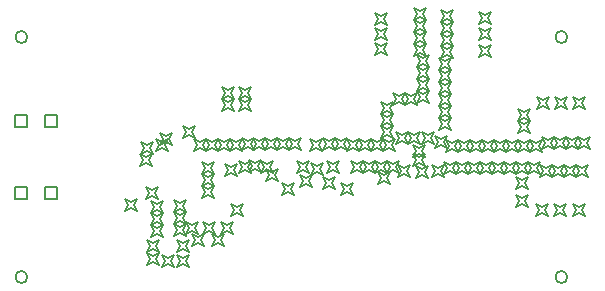
<source format=gbr>
%TF.GenerationSoftware,Altium Limited,Altium Designer,22.5.1 (42)*%
G04 Layer_Color=2752767*
%FSLAX26Y26*%
%MOIN*%
%TF.SameCoordinates,B04901F9-BF46-49F9-850C-5E78856F6392*%
%TF.FilePolarity,Positive*%
%TF.FileFunction,Drawing*%
%TF.Part,Single*%
G01*
G75*
%TA.AperFunction,NonConductor*%
%ADD31C,0.005000*%
%ADD51C,0.006667*%
D31*
X1180000Y1360000D02*
Y1400000D01*
X1220000D01*
Y1360000D01*
X1180000D01*
X1080000D02*
Y1400000D01*
X1120000D01*
Y1360000D01*
X1080000D01*
Y1600000D02*
Y1640000D01*
X1120000D01*
Y1600000D01*
X1080000D01*
X1180000D02*
Y1640000D01*
X1220000D01*
Y1600000D01*
X1180000D01*
X2491605Y1670334D02*
X2501605Y1690334D01*
X2491605Y1710334D01*
X2511605Y1700334D01*
X2531605Y1710334D01*
X2521605Y1690334D01*
X2531605Y1670334D01*
X2511605Y1680334D01*
X2491605Y1670334D01*
Y1790334D02*
X2501605Y1810334D01*
X2491605Y1830334D01*
X2511605Y1820334D01*
X2531605Y1830334D01*
X2521605Y1810334D01*
X2531605Y1790334D01*
X2511605Y1800334D01*
X2491605Y1790334D01*
Y1750334D02*
X2501605Y1770334D01*
X2491605Y1790334D01*
X2511605Y1780334D01*
X2531605Y1790334D01*
X2521605Y1770334D01*
X2531605Y1750334D01*
X2511605Y1760334D01*
X2491605Y1750334D01*
Y1630334D02*
X2501605Y1650334D01*
X2491605Y1670334D01*
X2511605Y1660334D01*
X2531605Y1670334D01*
X2521605Y1650334D01*
X2531605Y1630334D01*
X2511605Y1640334D01*
X2491605Y1630334D01*
Y1710334D02*
X2501605Y1730334D01*
X2491605Y1750334D01*
X2511605Y1740334D01*
X2531605Y1750334D01*
X2521605Y1730334D01*
X2531605Y1710334D01*
X2511605Y1720334D01*
X2491605Y1710334D01*
X2499171Y1829612D02*
X2509171Y1849612D01*
X2499171Y1869612D01*
X2519171Y1859612D01*
X2539171Y1869612D01*
X2529171Y1849612D01*
X2539171Y1829612D01*
X2519171Y1839612D01*
X2499171Y1829612D01*
Y1869612D02*
X2509171Y1889612D01*
X2499171Y1909612D01*
X2519171Y1899612D01*
X2539171Y1909612D01*
X2529171Y1889612D01*
X2539171Y1869612D01*
X2519171Y1879612D01*
X2499171Y1869612D01*
X2490392Y1590353D02*
X2500392Y1610353D01*
X2490392Y1630353D01*
X2510392Y1620353D01*
X2530392Y1630353D01*
X2520392Y1610353D01*
X2530392Y1590353D01*
X2510392Y1600353D01*
X2490392Y1590353D01*
X2417175Y1718802D02*
X2427175Y1738802D01*
X2417175Y1758802D01*
X2437175Y1748802D01*
X2457175Y1758802D01*
X2447175Y1738802D01*
X2457175Y1718802D01*
X2437175Y1728802D01*
X2417175Y1718802D01*
Y1678802D02*
X2427175Y1698802D01*
X2417175Y1718802D01*
X2437175Y1708802D01*
X2457175Y1718802D01*
X2447175Y1698802D01*
X2457175Y1678802D01*
X2437175Y1688802D01*
X2417175Y1678802D01*
Y1758802D02*
X2427175Y1778802D01*
X2417175Y1798802D01*
X2437175Y1788802D01*
X2457175Y1798802D01*
X2447175Y1778802D01*
X2457175Y1758802D01*
X2437175Y1768802D01*
X2417175Y1758802D01*
Y1798802D02*
X2427175Y1818802D01*
X2417175Y1838802D01*
X2437175Y1828802D01*
X2457175Y1838802D01*
X2447175Y1818802D01*
X2457175Y1798802D01*
X2437175Y1808802D01*
X2417175Y1798802D01*
X2280000Y1840000D02*
X2290000Y1860000D01*
X2280000Y1880000D01*
X2300000Y1870000D01*
X2320000Y1880000D01*
X2310000Y1860000D01*
X2320000Y1840000D01*
X2300000Y1850000D01*
X2280000Y1840000D01*
Y1890000D02*
X2290000Y1910000D01*
X2280000Y1930000D01*
X2300000Y1920000D01*
X2320000Y1930000D01*
X2310000Y1910000D01*
X2320000Y1890000D01*
X2300000Y1900000D01*
X2280000Y1890000D01*
Y1940000D02*
X2290000Y1960000D01*
X2280000Y1980000D01*
X2300000Y1970000D01*
X2320000Y1980000D01*
X2310000Y1960000D01*
X2320000Y1940000D01*
X2300000Y1950000D01*
X2280000Y1940000D01*
X2625000Y1835000D02*
X2635000Y1855000D01*
X2625000Y1875000D01*
X2645000Y1865000D01*
X2665000Y1875000D01*
X2655000Y1855000D01*
X2665000Y1835000D01*
X2645000Y1845000D01*
X2625000Y1835000D01*
Y1890000D02*
X2635000Y1910000D01*
X2625000Y1930000D01*
X2645000Y1920000D01*
X2665000Y1930000D01*
X2655000Y1910000D01*
X2665000Y1890000D01*
X2645000Y1900000D01*
X2625000Y1890000D01*
Y1945000D02*
X2635000Y1965000D01*
X2625000Y1985000D01*
X2645000Y1975000D01*
X2665000Y1985000D01*
X2655000Y1965000D01*
X2665000Y1945000D01*
X2645000Y1955000D01*
X2625000Y1945000D01*
X2300000Y1565000D02*
X2310000Y1585000D01*
X2300000Y1605000D01*
X2320000Y1595000D01*
X2340000Y1605000D01*
X2330000Y1585000D01*
X2340000Y1565000D01*
X2320000Y1575000D01*
X2300000Y1565000D01*
Y1605000D02*
X2310000Y1625000D01*
X2300000Y1645000D01*
X2320000Y1635000D01*
X2340000Y1645000D01*
X2330000Y1625000D01*
X2340000Y1605000D01*
X2320000Y1615000D01*
X2300000Y1605000D01*
Y1645000D02*
X2310000Y1665000D01*
X2300000Y1685000D01*
X2320000Y1675000D01*
X2340000Y1685000D01*
X2330000Y1665000D01*
X2340000Y1645000D01*
X2320000Y1655000D01*
X2300000Y1645000D01*
X2340000Y1675000D02*
X2350000Y1695000D01*
X2340000Y1715000D01*
X2360000Y1705000D01*
X2380000Y1715000D01*
X2370000Y1695000D01*
X2380000Y1675000D01*
X2360000Y1685000D01*
X2340000Y1675000D01*
X2380000D02*
X2390000Y1695000D01*
X2380000Y1715000D01*
X2400000Y1705000D01*
X2420000Y1715000D01*
X2410000Y1695000D01*
X2420000Y1675000D01*
X2400000Y1685000D01*
X2380000Y1675000D01*
X2408388Y1957825D02*
X2418388Y1977825D01*
X2408388Y1997825D01*
X2428388Y1987825D01*
X2448388Y1997825D01*
X2438388Y1977825D01*
X2448388Y1957825D01*
X2428388Y1967825D01*
X2408388Y1957825D01*
Y1917825D02*
X2418388Y1937825D01*
X2408388Y1957825D01*
X2428388Y1947825D01*
X2448388Y1957825D01*
X2438388Y1937825D01*
X2448388Y1917825D01*
X2428388Y1927825D01*
X2408388Y1917825D01*
Y1877825D02*
X2418388Y1897825D01*
X2408388Y1917825D01*
X2428388Y1907825D01*
X2448388Y1917825D01*
X2438388Y1897825D01*
X2448388Y1877825D01*
X2428388Y1887825D01*
X2408388Y1877825D01*
Y1837825D02*
X2418388Y1857825D01*
X2408388Y1877825D01*
X2428388Y1867825D01*
X2448388Y1877825D01*
X2438388Y1857825D01*
X2448388Y1837825D01*
X2428388Y1847825D01*
X2408388Y1837825D01*
X2390000Y1545000D02*
X2400000Y1565000D01*
X2390000Y1585000D01*
X2410000Y1575000D01*
X2430000Y1585000D01*
X2420000Y1565000D01*
X2430000Y1545000D01*
X2410000Y1555000D01*
X2390000Y1545000D01*
X2435000D02*
X2445000Y1565000D01*
X2435000Y1585000D01*
X2455000Y1575000D01*
X2475000Y1585000D01*
X2465000Y1565000D01*
X2475000Y1545000D01*
X2455000Y1555000D01*
X2435000Y1545000D01*
X2499171Y1909612D02*
X2509171Y1929612D01*
X2499171Y1949612D01*
X2519171Y1939612D01*
X2539171Y1949612D01*
X2529171Y1929612D01*
X2539171Y1909612D01*
X2519171Y1919612D01*
X2499171Y1909612D01*
Y1949612D02*
X2509171Y1969612D01*
X2499171Y1989612D01*
X2519171Y1979612D01*
X2539171Y1989612D01*
X2529171Y1969612D01*
X2539171Y1949612D01*
X2519171Y1959612D01*
X2499171Y1949612D01*
X2405000Y1500000D02*
X2415000Y1520000D01*
X2405000Y1540000D01*
X2425000Y1530000D01*
X2445000Y1540000D01*
X2435000Y1520000D01*
X2445000Y1500000D01*
X2425000Y1510000D01*
X2405000Y1500000D01*
X2415000Y1430000D02*
X2425000Y1450000D01*
X2415000Y1470000D01*
X2435000Y1460000D01*
X2455000Y1470000D01*
X2445000Y1450000D01*
X2455000Y1430000D01*
X2435000Y1440000D01*
X2415000Y1430000D01*
X2469583Y1432608D02*
X2479583Y1452608D01*
X2469583Y1472608D01*
X2489583Y1462608D01*
X2509583Y1472608D01*
X2499583Y1452608D01*
X2509583Y1432608D01*
X2489583Y1442608D01*
X2469583Y1432608D01*
X2508266Y1442785D02*
X2518266Y1462785D01*
X2508266Y1482785D01*
X2528266Y1472785D01*
X2548266Y1482785D01*
X2538266Y1462785D01*
X2548266Y1442785D01*
X2528266Y1452785D01*
X2508266Y1442785D01*
X2548266D02*
X2558266Y1462785D01*
X2548266Y1482785D01*
X2568266Y1472785D01*
X2588266Y1482785D01*
X2578266Y1462785D01*
X2588266Y1442785D01*
X2568266Y1452785D01*
X2548266Y1442785D01*
X2588266D02*
X2598266Y1462785D01*
X2588266Y1482785D01*
X2608266Y1472785D01*
X2628266Y1482785D01*
X2618266Y1462785D01*
X2628266Y1442785D01*
X2608266Y1452785D01*
X2588266Y1442785D01*
X2628266D02*
X2638266Y1462785D01*
X2628266Y1482785D01*
X2648266Y1472785D01*
X2668266Y1482785D01*
X2658266Y1462785D01*
X2668266Y1442785D01*
X2648266Y1452785D01*
X2628266Y1442785D01*
X2668266D02*
X2678266Y1462785D01*
X2668266Y1482785D01*
X2688266Y1472785D01*
X2708266Y1482785D01*
X2698266Y1462785D01*
X2708266Y1442785D01*
X2688266Y1452785D01*
X2668266Y1442785D01*
X2708266D02*
X2718266Y1462785D01*
X2708266Y1482785D01*
X2728266Y1472785D01*
X2748266Y1482785D01*
X2738266Y1462785D01*
X2748266Y1442785D01*
X2728266Y1452785D01*
X2708266Y1442785D01*
X2748266D02*
X2758266Y1462785D01*
X2748266Y1482785D01*
X2768266Y1472785D01*
X2788266Y1482785D01*
X2778266Y1462785D01*
X2788266Y1442785D01*
X2768266Y1452785D01*
X2748266Y1442785D01*
X2788266D02*
X2798266Y1462785D01*
X2788266Y1482785D01*
X2808266Y1472785D01*
X2828266Y1482785D01*
X2818266Y1462785D01*
X2828266Y1442785D01*
X2808266Y1452785D01*
X2788266Y1442785D01*
X2827422Y1434608D02*
X2837422Y1454608D01*
X2827422Y1474608D01*
X2847422Y1464608D01*
X2867422Y1474608D01*
X2857422Y1454608D01*
X2867422Y1434608D01*
X2847422Y1444608D01*
X2827422Y1434608D01*
X2867422D02*
X2877422Y1454608D01*
X2867422Y1474608D01*
X2887422Y1464608D01*
X2907422Y1474608D01*
X2897422Y1454608D01*
X2907422Y1434608D01*
X2887422Y1444608D01*
X2867422Y1434608D01*
X2907422D02*
X2917422Y1454608D01*
X2907422Y1474608D01*
X2927422Y1464608D01*
X2947422Y1474608D01*
X2937422Y1454608D01*
X2947422Y1434608D01*
X2927422Y1444608D01*
X2907422Y1434608D01*
X2947422D02*
X2957422Y1454608D01*
X2947422Y1474608D01*
X2967422Y1464608D01*
X2987422Y1474608D01*
X2977422Y1454608D01*
X2987422Y1434608D01*
X2967422Y1444608D01*
X2947422Y1434608D01*
X2954190Y1525392D02*
X2964190Y1545392D01*
X2954190Y1565392D01*
X2974190Y1555392D01*
X2994190Y1565392D01*
X2984190Y1545392D01*
X2994190Y1525392D01*
X2974190Y1535392D01*
X2954190Y1525392D01*
X2914190D02*
X2924190Y1545392D01*
X2914190Y1565392D01*
X2934190Y1555392D01*
X2954190Y1565392D01*
X2944190Y1545392D01*
X2954190Y1525392D01*
X2934190Y1535392D01*
X2914190Y1525392D01*
X2874190D02*
X2884190Y1545392D01*
X2874190Y1565392D01*
X2894190Y1555392D01*
X2914190Y1565392D01*
X2904190Y1545392D01*
X2914190Y1525392D01*
X2894190Y1535392D01*
X2874190Y1525392D01*
X2834190D02*
X2844190Y1545392D01*
X2834190Y1565392D01*
X2854190Y1555392D01*
X2874190Y1565392D01*
X2864190Y1545392D01*
X2874190Y1525392D01*
X2854190Y1535392D01*
X2834190Y1525392D01*
X2795034Y1517215D02*
X2805034Y1537215D01*
X2795034Y1557215D01*
X2815034Y1547215D01*
X2835034Y1557215D01*
X2825034Y1537215D01*
X2835034Y1517215D01*
X2815034Y1527215D01*
X2795034Y1517215D01*
X2755034D02*
X2765034Y1537215D01*
X2755034Y1557215D01*
X2775034Y1547215D01*
X2795034Y1557215D01*
X2785034Y1537215D01*
X2795034Y1517215D01*
X2775034Y1527215D01*
X2755034Y1517215D01*
X2715034D02*
X2725034Y1537215D01*
X2715034Y1557215D01*
X2735034Y1547215D01*
X2755034Y1557215D01*
X2745034Y1537215D01*
X2755034Y1517215D01*
X2735034Y1527215D01*
X2715034Y1517215D01*
X2675034D02*
X2685034Y1537215D01*
X2675034Y1557215D01*
X2695034Y1547215D01*
X2715034Y1557215D01*
X2705034Y1537215D01*
X2715034Y1517215D01*
X2695034Y1527215D01*
X2675034Y1517215D01*
X2635034D02*
X2645034Y1537215D01*
X2635034Y1557215D01*
X2655034Y1547215D01*
X2675034Y1557215D01*
X2665034Y1537215D01*
X2675034Y1517215D01*
X2655034Y1527215D01*
X2635034Y1517215D01*
X2595034D02*
X2605034Y1537215D01*
X2595034Y1557215D01*
X2615034Y1547215D01*
X2635034Y1557215D01*
X2625034Y1537215D01*
X2635034Y1517215D01*
X2615034Y1527215D01*
X2595034Y1517215D01*
X2555034D02*
X2565034Y1537215D01*
X2555034Y1557215D01*
X2575034Y1547215D01*
X2595034Y1557215D01*
X2585034Y1537215D01*
X2595034Y1517215D01*
X2575034Y1527215D01*
X2555034Y1517215D01*
X2515034D02*
X2525034Y1537215D01*
X2515034Y1557215D01*
X2535034Y1547215D01*
X2555034Y1557215D01*
X2545034Y1537215D01*
X2555034Y1517215D01*
X2535034Y1527215D01*
X2515034Y1517215D01*
X2477804Y1531840D02*
X2487804Y1551840D01*
X2477804Y1571840D01*
X2497804Y1561840D01*
X2517804Y1571840D01*
X2507804Y1551840D01*
X2517804Y1531840D01*
X2497804Y1541840D01*
X2477804Y1531840D01*
X2304407Y1519995D02*
X2314407Y1539995D01*
X2304407Y1559995D01*
X2324407Y1549995D01*
X2344407Y1559995D01*
X2334407Y1539995D01*
X2344407Y1519995D01*
X2324407Y1529995D01*
X2304407Y1519995D01*
X2264407D02*
X2274407Y1539995D01*
X2264407Y1559995D01*
X2284407Y1549995D01*
X2304407Y1559995D01*
X2294407Y1539995D01*
X2304407Y1519995D01*
X2284407Y1529995D01*
X2264407Y1519995D01*
X2224407D02*
X2234407Y1539995D01*
X2224407Y1559995D01*
X2244407Y1549995D01*
X2264407Y1559995D01*
X2254407Y1539995D01*
X2264407Y1519995D01*
X2244407Y1529995D01*
X2224407Y1519995D01*
X2184407D02*
X2194407Y1539995D01*
X2184407Y1559995D01*
X2204407Y1549995D01*
X2224407Y1559995D01*
X2214407Y1539995D01*
X2224407Y1519995D01*
X2204407Y1529995D01*
X2184407Y1519995D01*
X2144469Y1522215D02*
X2154469Y1542215D01*
X2144469Y1562215D01*
X2164469Y1552215D01*
X2184469Y1562215D01*
X2174469Y1542215D01*
X2184469Y1522215D01*
X2164469Y1532215D01*
X2144469Y1522215D01*
X2104479Y1523108D02*
X2114479Y1543108D01*
X2104479Y1563108D01*
X2124479Y1553108D01*
X2144479Y1563108D01*
X2134479Y1543108D01*
X2144479Y1523108D01*
X2124479Y1533108D01*
X2104479Y1523108D01*
X2118945Y1447785D02*
X2128945Y1467785D01*
X2118945Y1487785D01*
X2138945Y1477785D01*
X2158945Y1487785D01*
X2148945Y1467785D01*
X2158945Y1447785D01*
X2138945Y1457785D01*
X2118945Y1447785D01*
X2198668Y1445564D02*
X2208668Y1465564D01*
X2198668Y1485564D01*
X2218668Y1475564D01*
X2238668Y1485564D01*
X2228668Y1465564D01*
X2238668Y1445564D01*
X2218668Y1455564D01*
X2198668Y1445564D01*
X2238668D02*
X2248668Y1465564D01*
X2238668Y1485564D01*
X2258668Y1475564D01*
X2278668Y1485564D01*
X2268668Y1465564D01*
X2278668Y1445564D01*
X2258668Y1455564D01*
X2238668Y1445564D01*
X2278668D02*
X2288668Y1465564D01*
X2278668Y1485564D01*
X2298668Y1475564D01*
X2318668Y1485564D01*
X2308668Y1465564D01*
X2318668Y1445564D01*
X2298668Y1455564D01*
X2278668Y1445564D01*
X2318668D02*
X2328668Y1465564D01*
X2318668Y1485564D01*
X2338668Y1475564D01*
X2358668Y1485564D01*
X2348668Y1465564D01*
X2358668Y1445564D01*
X2338668Y1455564D01*
X2318668Y1445564D01*
X2356512Y1432608D02*
X2366512Y1452608D01*
X2356512Y1472608D01*
X2376512Y1462608D01*
X2396512Y1472608D01*
X2386512Y1452608D01*
X2396512Y1432608D01*
X2376512Y1442608D01*
X2356512Y1432608D01*
X2405000Y1470000D02*
X2415000Y1490000D01*
X2405000Y1510000D01*
X2425000Y1500000D01*
X2445000Y1510000D01*
X2435000Y1490000D01*
X2445000Y1470000D01*
X2425000Y1480000D01*
X2405000Y1470000D01*
X2350000Y1545000D02*
X2360000Y1565000D01*
X2350000Y1585000D01*
X2370000Y1575000D01*
X2390000Y1585000D01*
X2380000Y1565000D01*
X2390000Y1545000D01*
X2370000Y1555000D01*
X2350000Y1545000D01*
X1991312Y1522215D02*
X2001312Y1542215D01*
X1991312Y1562215D01*
X2011312Y1552215D01*
X2031312Y1562215D01*
X2021312Y1542215D01*
X2031312Y1522215D01*
X2011312Y1532215D01*
X1991312Y1522215D01*
X1951312Y1522215D02*
X1961312Y1542215D01*
X1951312Y1562215D01*
X1971312Y1552215D01*
X1991312Y1562215D01*
X1981312Y1542215D01*
X1991312Y1522215D01*
X1971312Y1532215D01*
X1951312Y1522215D01*
X1911312D02*
X1921312Y1542215D01*
X1911312Y1562215D01*
X1931312Y1552215D01*
X1951312Y1562215D01*
X1941312Y1542215D01*
X1951312Y1522215D01*
X1931312Y1532215D01*
X1911312Y1522215D01*
X1871322Y1523108D02*
X1881322Y1543108D01*
X1871322Y1563108D01*
X1891322Y1553108D01*
X1911322Y1563108D01*
X1901322Y1543108D01*
X1911322Y1523108D01*
X1891322Y1533108D01*
X1871322Y1523108D01*
X1857408Y1451222D02*
X1867408Y1471222D01*
X1857408Y1491222D01*
X1877408Y1481222D01*
X1897408Y1491222D01*
X1887408Y1471222D01*
X1897408Y1451222D01*
X1877408Y1461222D01*
X1857408Y1451222D01*
X1897173Y1446892D02*
X1907173Y1466892D01*
X1897173Y1486892D01*
X1917173Y1476892D01*
X1937173Y1486892D01*
X1927173Y1466892D01*
X1937173Y1446892D01*
X1917173Y1456892D01*
X1897173Y1446892D01*
X2017133Y1447785D02*
X2027133Y1467785D01*
X2017133Y1487785D01*
X2037133Y1477785D01*
X2057133Y1487785D01*
X2047133Y1467785D01*
X2057133Y1447785D01*
X2037133Y1457785D01*
X2017133Y1447785D01*
X2065000Y1440000D02*
X2075000Y1460000D01*
X2065000Y1480000D01*
X2085000Y1470000D01*
X2105000Y1480000D01*
X2095000Y1460000D01*
X2105000Y1440000D01*
X2085000Y1450000D01*
X2065000Y1440000D01*
X2060993Y1521556D02*
X2070993Y1541556D01*
X2060993Y1561556D01*
X2080993Y1551556D01*
X2100993Y1561556D01*
X2090993Y1541556D01*
X2100993Y1521556D01*
X2080993Y1531556D01*
X2060993Y1521556D01*
X1497502Y1508973D02*
X1507502Y1528973D01*
X1497502Y1548973D01*
X1517502Y1538973D01*
X1537502Y1548973D01*
X1527502Y1528973D01*
X1537502Y1508973D01*
X1517502Y1518973D01*
X1497502Y1508973D01*
X1495325Y1469033D02*
X1505325Y1489033D01*
X1495325Y1509033D01*
X1515325Y1499033D01*
X1535325Y1509033D01*
X1525325Y1489033D01*
X1535325Y1469033D01*
X1515325Y1479033D01*
X1495325Y1469033D01*
X1547142Y1519074D02*
X1557142Y1539074D01*
X1547142Y1559074D01*
X1567142Y1549074D01*
X1587142Y1559074D01*
X1577142Y1539074D01*
X1587142Y1519074D01*
X1567142Y1529074D01*
X1547142Y1519074D01*
X1561568Y1541061D02*
X1571568Y1561061D01*
X1561568Y1581061D01*
X1581568Y1571061D01*
X1601568Y1581061D01*
X1591568Y1561061D01*
X1601568Y1541061D01*
X1581568Y1551061D01*
X1561568Y1541061D01*
X1823933Y1445344D02*
X1833933Y1465344D01*
X1823933Y1485344D01*
X1843933Y1475344D01*
X1863933Y1485344D01*
X1853933Y1465344D01*
X1863933Y1445344D01*
X1843933Y1455344D01*
X1823933Y1445344D01*
X1836668Y1523108D02*
X1846668Y1543108D01*
X1836668Y1563108D01*
X1856668Y1553108D01*
X1876668Y1563108D01*
X1866668Y1543108D01*
X1876668Y1523108D01*
X1856668Y1533108D01*
X1836668Y1523108D01*
X1796807Y1519774D02*
X1806807Y1539774D01*
X1796807Y1559774D01*
X1816807Y1549774D01*
X1836807Y1559774D01*
X1826807Y1539774D01*
X1836807Y1519774D01*
X1816807Y1529774D01*
X1796807Y1519774D01*
X1756807D02*
X1766807Y1539774D01*
X1756807Y1559774D01*
X1776807Y1549774D01*
X1796807Y1559774D01*
X1786807Y1539774D01*
X1796807Y1519774D01*
X1776807Y1529774D01*
X1756807Y1519774D01*
X1716807D02*
X1726807Y1539774D01*
X1716807Y1559774D01*
X1736807Y1549774D01*
X1756807Y1559774D01*
X1746807Y1539774D01*
X1756807Y1519774D01*
X1736807Y1529774D01*
X1716807Y1519774D01*
X1676807D02*
X1686807Y1539774D01*
X1676807Y1559774D01*
X1696807Y1549774D01*
X1716807Y1559774D01*
X1706807Y1539774D01*
X1716807Y1519774D01*
X1696807Y1529774D01*
X1676807Y1519774D01*
X1637551Y1563431D02*
X1647551Y1583431D01*
X1637551Y1603431D01*
X1657551Y1593431D01*
X1677551Y1603431D01*
X1667551Y1583431D01*
X1677551Y1563431D01*
X1657551Y1573431D01*
X1637551Y1563431D01*
X1701892Y1442042D02*
X1711892Y1462042D01*
X1701892Y1482042D01*
X1721892Y1472042D01*
X1741892Y1482042D01*
X1731892Y1462042D01*
X1741892Y1442042D01*
X1721892Y1452042D01*
X1701892Y1442042D01*
X1702785Y1402052D02*
X1712785Y1422052D01*
X1702785Y1442052D01*
X1722785Y1432052D01*
X1742785Y1442052D01*
X1732785Y1422052D01*
X1742785Y1402052D01*
X1722785Y1412052D01*
X1702785Y1402052D01*
X1701892Y1362062D02*
X1711892Y1382062D01*
X1701892Y1402062D01*
X1721892Y1392062D01*
X1741892Y1402062D01*
X1731892Y1382062D01*
X1741892Y1362062D01*
X1721892Y1372062D01*
X1701892Y1362062D01*
X1778108Y1437931D02*
X1788108Y1457931D01*
X1778108Y1477931D01*
X1798108Y1467931D01*
X1818108Y1477931D01*
X1808108Y1457931D01*
X1818108Y1437931D01*
X1798108Y1447931D01*
X1778108Y1437931D01*
X1531892Y1314779D02*
X1541892Y1334779D01*
X1531892Y1354779D01*
X1551892Y1344779D01*
X1571892Y1354779D01*
X1561892Y1334779D01*
X1571892Y1314779D01*
X1551892Y1324779D01*
X1531892Y1314779D01*
X1532785Y1274789D02*
X1542785Y1294789D01*
X1532785Y1314789D01*
X1552785Y1304789D01*
X1572785Y1314789D01*
X1562785Y1294789D01*
X1572785Y1274789D01*
X1552785Y1284789D01*
X1532785Y1274789D01*
X1531892Y1234799D02*
X1541892Y1254799D01*
X1531892Y1274799D01*
X1551892Y1264799D01*
X1571892Y1274799D01*
X1561892Y1254799D01*
X1571892Y1234799D01*
X1551892Y1244799D01*
X1531892Y1234799D01*
X1608108Y1235392D02*
X1618108Y1255392D01*
X1608108Y1275392D01*
X1628108Y1265392D01*
X1648108Y1275392D01*
X1638108Y1255392D01*
X1648108Y1235392D01*
X1628108Y1245392D01*
X1608108Y1235392D01*
X1607215Y1275382D02*
X1617215Y1295382D01*
X1607215Y1315382D01*
X1627215Y1305382D01*
X1647215Y1315382D01*
X1637215Y1295382D01*
X1647215Y1275382D01*
X1627215Y1285382D01*
X1607215Y1275382D01*
X1608108Y1315372D02*
X1618108Y1335372D01*
X1608108Y1355372D01*
X1628108Y1345372D01*
X1648108Y1355372D01*
X1638108Y1335372D01*
X1648108Y1315372D01*
X1628108Y1325372D01*
X1608108Y1315372D01*
X1620000Y1135000D02*
X1630000Y1155000D01*
X1620000Y1175000D01*
X1640000Y1165000D01*
X1660000Y1175000D01*
X1650000Y1155000D01*
X1660000Y1135000D01*
X1640000Y1145000D01*
X1620000Y1135000D01*
X1570000D02*
X1580000Y1155000D01*
X1570000Y1175000D01*
X1590000Y1165000D01*
X1610000Y1175000D01*
X1600000Y1155000D01*
X1610000Y1135000D01*
X1590000Y1145000D01*
X1570000Y1135000D01*
X1520000Y1140000D02*
X1530000Y1160000D01*
X1520000Y1180000D01*
X1540000Y1170000D01*
X1560000Y1180000D01*
X1550000Y1160000D01*
X1560000Y1140000D01*
X1540000Y1150000D01*
X1520000Y1140000D01*
X1620000Y1185000D02*
X1630000Y1205000D01*
X1620000Y1225000D01*
X1640000Y1215000D01*
X1660000Y1225000D01*
X1650000Y1205000D01*
X1660000Y1185000D01*
X1640000Y1195000D01*
X1620000Y1185000D01*
X1520000D02*
X1530000Y1205000D01*
X1520000Y1225000D01*
X1540000Y1215000D01*
X1560000Y1225000D01*
X1550000Y1205000D01*
X1560000Y1185000D01*
X1540000Y1195000D01*
X1520000Y1185000D01*
X1670000Y1205000D02*
X1680000Y1225000D01*
X1670000Y1245000D01*
X1690000Y1235000D01*
X1710000Y1245000D01*
X1700000Y1225000D01*
X1710000Y1205000D01*
X1690000Y1215000D01*
X1670000Y1205000D01*
X1650000Y1245000D02*
X1660000Y1265000D01*
X1650000Y1285000D01*
X1670000Y1275000D01*
X1690000Y1285000D01*
X1680000Y1265000D01*
X1690000Y1245000D01*
X1670000Y1255000D01*
X1650000Y1245000D01*
X1705000D02*
X1715000Y1265000D01*
X1705000Y1285000D01*
X1725000Y1275000D01*
X1745000Y1285000D01*
X1735000Y1265000D01*
X1745000Y1245000D01*
X1725000Y1255000D01*
X1705000Y1245000D01*
X1445000Y1320000D02*
X1455000Y1340000D01*
X1445000Y1360000D01*
X1465000Y1350000D01*
X1485000Y1360000D01*
X1475000Y1340000D01*
X1485000Y1320000D01*
X1465000Y1330000D01*
X1445000Y1320000D01*
X1515000Y1360000D02*
X1525000Y1380000D01*
X1515000Y1400000D01*
X1535000Y1390000D01*
X1555000Y1400000D01*
X1545000Y1380000D01*
X1555000Y1360000D01*
X1535000Y1370000D01*
X1515000Y1360000D01*
X1735000Y1205000D02*
X1745000Y1225000D01*
X1735000Y1245000D01*
X1755000Y1235000D01*
X1775000Y1245000D01*
X1765000Y1225000D01*
X1775000Y1205000D01*
X1755000Y1215000D01*
X1735000Y1205000D01*
X1765000Y1245000D02*
X1775000Y1265000D01*
X1765000Y1285000D01*
X1785000Y1275000D01*
X1805000Y1285000D01*
X1795000Y1265000D01*
X1805000Y1245000D01*
X1785000Y1255000D01*
X1765000Y1245000D01*
X1800000Y1305000D02*
X1810000Y1325000D01*
X1800000Y1345000D01*
X1820000Y1335000D01*
X1840000Y1345000D01*
X1830000Y1325000D01*
X1840000Y1305000D01*
X1820000Y1315000D01*
X1800000Y1305000D01*
X1970000Y1375000D02*
X1980000Y1395000D01*
X1970000Y1415000D01*
X1990000Y1405000D01*
X2010000Y1415000D01*
X2000000Y1395000D01*
X2010000Y1375000D01*
X1990000Y1385000D01*
X1970000Y1375000D01*
X2165000D02*
X2175000Y1395000D01*
X2165000Y1415000D01*
X2185000Y1405000D01*
X2205000Y1415000D01*
X2195000Y1395000D01*
X2205000Y1375000D01*
X2185000Y1385000D01*
X2165000Y1375000D01*
X2030000Y1400000D02*
X2040000Y1420000D01*
X2030000Y1440000D01*
X2050000Y1430000D01*
X2070000Y1440000D01*
X2060000Y1420000D01*
X2070000Y1400000D01*
X2050000Y1410000D01*
X2030000Y1400000D01*
X2105000Y1395000D02*
X2115000Y1415000D01*
X2105000Y1435000D01*
X2125000Y1425000D01*
X2145000Y1435000D01*
X2135000Y1415000D01*
X2145000Y1395000D01*
X2125000Y1405000D01*
X2105000Y1395000D01*
X1770000Y1695000D02*
X1780000Y1715000D01*
X1770000Y1735000D01*
X1790000Y1725000D01*
X1810000Y1735000D01*
X1800000Y1715000D01*
X1810000Y1695000D01*
X1790000Y1705000D01*
X1770000Y1695000D01*
Y1655000D02*
X1780000Y1675000D01*
X1770000Y1695000D01*
X1790000Y1685000D01*
X1810000Y1695000D01*
X1800000Y1675000D01*
X1810000Y1655000D01*
X1790000Y1665000D01*
X1770000Y1655000D01*
X1825000D02*
X1835000Y1675000D01*
X1825000Y1695000D01*
X1845000Y1685000D01*
X1865000Y1695000D01*
X1855000Y1675000D01*
X1865000Y1655000D01*
X1845000Y1665000D01*
X1825000Y1655000D01*
Y1695000D02*
X1835000Y1715000D01*
X1825000Y1735000D01*
X1845000Y1725000D01*
X1865000Y1735000D01*
X1855000Y1715000D01*
X1865000Y1695000D01*
X1845000Y1705000D01*
X1825000Y1695000D01*
X1915000Y1420000D02*
X1925000Y1440000D01*
X1915000Y1460000D01*
X1935000Y1450000D01*
X1955000Y1460000D01*
X1945000Y1440000D01*
X1955000Y1420000D01*
X1935000Y1430000D01*
X1915000Y1420000D01*
X2750000Y1335000D02*
X2760000Y1355000D01*
X2750000Y1375000D01*
X2770000Y1365000D01*
X2790000Y1375000D01*
X2780000Y1355000D01*
X2790000Y1335000D01*
X2770000Y1345000D01*
X2750000Y1335000D01*
Y1395000D02*
X2760000Y1415000D01*
X2750000Y1435000D01*
X2770000Y1425000D01*
X2790000Y1435000D01*
X2780000Y1415000D01*
X2790000Y1395000D01*
X2770000Y1405000D01*
X2750000Y1395000D01*
X2755000Y1580000D02*
X2765000Y1600000D01*
X2755000Y1620000D01*
X2775000Y1610000D01*
X2795000Y1620000D01*
X2785000Y1600000D01*
X2795000Y1580000D01*
X2775000Y1590000D01*
X2755000Y1580000D01*
Y1620000D02*
X2765000Y1640000D01*
X2755000Y1660000D01*
X2775000Y1650000D01*
X2795000Y1660000D01*
X2785000Y1640000D01*
X2795000Y1620000D01*
X2775000Y1630000D01*
X2755000Y1620000D01*
X2820000Y1660000D02*
X2830000Y1680000D01*
X2820000Y1700000D01*
X2840000Y1690000D01*
X2860000Y1700000D01*
X2850000Y1680000D01*
X2860000Y1660000D01*
X2840000Y1670000D01*
X2820000Y1660000D01*
X2880000D02*
X2890000Y1680000D01*
X2880000Y1700000D01*
X2900000Y1690000D01*
X2920000Y1700000D01*
X2910000Y1680000D01*
X2920000Y1660000D01*
X2900000Y1670000D01*
X2880000Y1660000D01*
X2940000D02*
X2950000Y1680000D01*
X2940000Y1700000D01*
X2960000Y1690000D01*
X2980000Y1700000D01*
X2970000Y1680000D01*
X2980000Y1660000D01*
X2960000Y1670000D01*
X2940000Y1660000D01*
X2815000Y1305000D02*
X2825000Y1325000D01*
X2815000Y1345000D01*
X2835000Y1335000D01*
X2855000Y1345000D01*
X2845000Y1325000D01*
X2855000Y1305000D01*
X2835000Y1315000D01*
X2815000Y1305000D01*
X2875000D02*
X2885000Y1325000D01*
X2875000Y1345000D01*
X2895000Y1335000D01*
X2915000Y1345000D01*
X2905000Y1325000D01*
X2915000Y1305000D01*
X2895000Y1315000D01*
X2875000Y1305000D01*
X2940000D02*
X2950000Y1325000D01*
X2940000Y1345000D01*
X2960000Y1335000D01*
X2980000Y1345000D01*
X2970000Y1325000D01*
X2980000Y1305000D01*
X2960000Y1315000D01*
X2940000Y1305000D01*
X2290000Y1410000D02*
X2300000Y1430000D01*
X2290000Y1450000D01*
X2310000Y1440000D01*
X2330000Y1450000D01*
X2320000Y1430000D01*
X2330000Y1410000D01*
X2310000Y1420000D01*
X2290000Y1410000D01*
D51*
X1120000Y1900000D02*
G03*
X1120000Y1900000I-20000J0D01*
G01*
Y1100000D02*
G03*
X1120000Y1100000I-20000J0D01*
G01*
X2920000D02*
G03*
X2920000Y1100000I-20000J0D01*
G01*
Y1900000D02*
G03*
X2920000Y1900000I-20000J0D01*
G01*
%TF.MD5,2d437acc3631dc836fd25168e878bbb7*%
M02*

</source>
